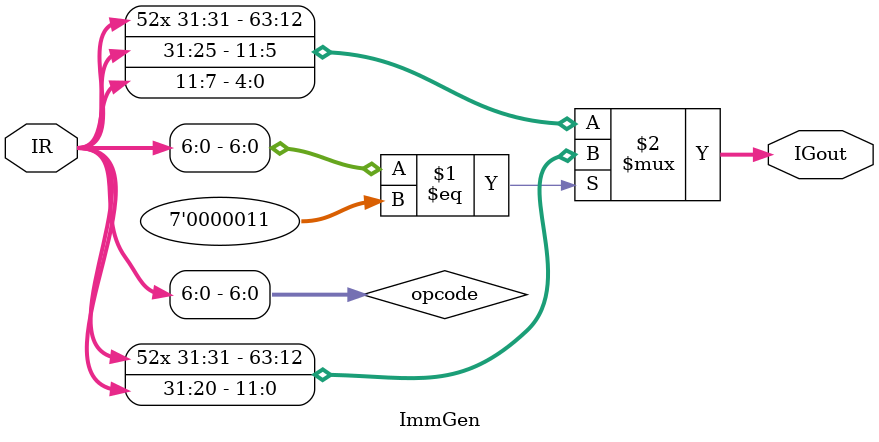
<source format=sv>
module ImmGen(input logic [31:0] IR,output logic [63:0]IGout);
	parameter LD = 7'b000_0011,SD = 7'b010_0011 ;
	logic [6:0] opcode ;
	assign opcode = IR[6:0] ; 
	assign IGout = (opcode == LD) ? {{53{IR[31]}} , IR[30:20]} : {{53{IR[31]}} , IR[30:25] , IR[11:7]} ;
endmodule 
</source>
